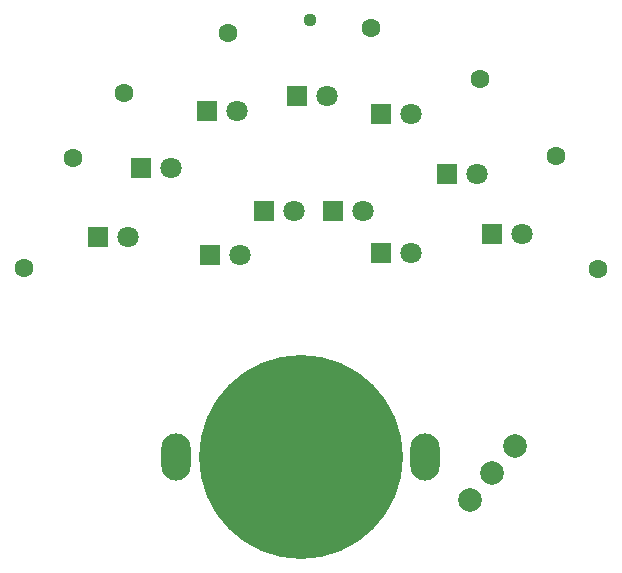
<source format=gbr>
%TF.GenerationSoftware,KiCad,Pcbnew,(6.0.4)*%
%TF.CreationDate,2024-01-19T15:56:56-08:00*%
%TF.ProjectId,Alpenglow_RadiantRainbow_PCB,416c7065-6e67-46c6-9f77-5f5261646961,rev?*%
%TF.SameCoordinates,Original*%
%TF.FileFunction,Soldermask,Bot*%
%TF.FilePolarity,Negative*%
%FSLAX46Y46*%
G04 Gerber Fmt 4.6, Leading zero omitted, Abs format (unit mm)*
G04 Created by KiCad (PCBNEW (6.0.4)) date 2024-01-19 15:56:56*
%MOMM*%
%LPD*%
G01*
G04 APERTURE LIST*
G04 Aperture macros list*
%AMHorizOval*
0 Thick line with rounded ends*
0 $1 width*
0 $2 $3 position (X,Y) of the first rounded end (center of the circle)*
0 $4 $5 position (X,Y) of the second rounded end (center of the circle)*
0 Add line between two ends*
20,1,$1,$2,$3,$4,$5,0*
0 Add two circle primitives to create the rounded ends*
1,1,$1,$2,$3*
1,1,$1,$4,$5*%
G04 Aperture macros list end*
%ADD10R,1.800000X1.800000*%
%ADD11C,1.800000*%
%ADD12C,1.117600*%
%ADD13C,1.600000*%
%ADD14HorizOval,1.600000X0.000000X0.000000X0.000000X0.000000X0*%
%ADD15HorizOval,1.600000X0.000000X0.000000X0.000000X0.000000X0*%
%ADD16HorizOval,1.600000X0.000000X0.000000X0.000000X0.000000X0*%
%ADD17C,2.000000*%
%ADD18O,2.500000X4.000000*%
%ADD19C,17.272000*%
%ADD20HorizOval,1.600000X0.000000X0.000000X0.000000X0.000000X0*%
G04 APERTURE END LIST*
D10*
%TO.C,D1*%
X160346500Y-93472000D03*
D11*
X162886500Y-93472000D03*
%TD*%
D12*
%TO.C,REF\u002A\u002A*%
X144974800Y-75394000D03*
%TD*%
D10*
%TO.C,D3*%
X136216500Y-83058000D03*
D11*
X138756500Y-83058000D03*
%TD*%
D10*
%TO.C,D5*%
X143836500Y-81788000D03*
D11*
X146376500Y-81788000D03*
%TD*%
D10*
%TO.C,D11*%
X141042500Y-91567000D03*
D11*
X143582500Y-91567000D03*
%TD*%
D10*
%TO.C,D4*%
X127000000Y-93726000D03*
D11*
X129540000Y-93726000D03*
%TD*%
D10*
%TO.C,D8*%
X146884500Y-91567000D03*
D11*
X149424500Y-91567000D03*
%TD*%
D10*
%TO.C,D7*%
X156536500Y-88392000D03*
D11*
X159076500Y-88392000D03*
%TD*%
D10*
%TO.C,D10*%
X150948500Y-95123000D03*
D11*
X153488500Y-95123000D03*
%TD*%
D10*
%TO.C,D9*%
X136470500Y-95250000D03*
D11*
X139010500Y-95250000D03*
%TD*%
D10*
%TO.C,D6*%
X130628500Y-87884000D03*
D11*
X133168500Y-87884000D03*
%TD*%
D10*
%TO.C,D2*%
X150948500Y-83312000D03*
D11*
X153488500Y-83312000D03*
%TD*%
D13*
%TO.C,R4*%
X120742778Y-96334811D03*
D14*
X124875222Y-87053189D03*
%TD*%
D13*
%TO.C,R1*%
X138003409Y-76454000D03*
D15*
X129204591Y-81534000D03*
%TD*%
D13*
%TO.C,R3*%
X169278901Y-96467639D03*
D16*
X165803976Y-86920362D03*
%TD*%
D17*
%TO.C,SW1*%
X162303158Y-111398438D03*
X160374795Y-113696572D03*
X158446432Y-115994705D03*
%TD*%
D18*
%TO.C,BT1*%
X133604000Y-112395000D03*
X154686000Y-112395000D03*
D19*
X144145000Y-112395000D03*
%TD*%
D13*
%TO.C,R2*%
X159290044Y-80378901D03*
D20*
X150081957Y-76085099D03*
%TD*%
M02*

</source>
